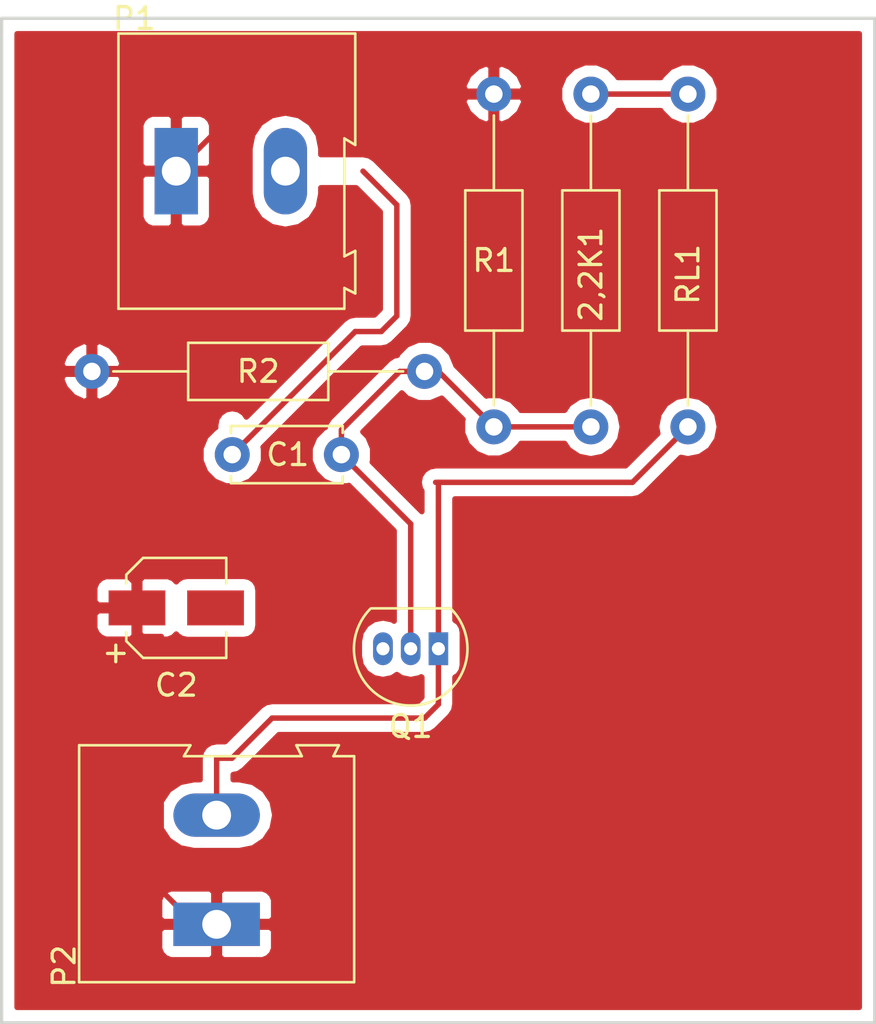
<source format=kicad_pcb>
(kicad_pcb (version 4) (host pcbnew 4.0.5)

  (general
    (links 12)
    (no_connects 0)
    (area 59.924999 73.924999 100.075001 120.075001)
    (thickness 1.6)
    (drawings 4)
    (tracks 45)
    (zones 0)
    (modules 9)
    (nets 8)
  )

  (page A4)
  (title_block
    (title AMP_PCB)
    (date 11.05.2017)
    (rev Single_Transistor_AMP)
    (company AfroTEC)
  )

  (layers
    (0 F.Cu signal)
    (31 B.Cu signal)
    (32 B.Adhes user)
    (33 F.Adhes user)
    (34 B.Paste user)
    (35 F.Paste user)
    (36 B.SilkS user)
    (37 F.SilkS user)
    (38 B.Mask user)
    (39 F.Mask user)
    (40 Dwgs.User user)
    (41 Cmts.User user)
    (42 Eco1.User user)
    (43 Eco2.User user)
    (44 Edge.Cuts user)
    (45 Margin user)
    (46 B.CrtYd user)
    (47 F.CrtYd user)
    (48 B.Fab user)
    (49 F.Fab user)
  )

  (setup
    (last_trace_width 0.25)
    (trace_clearance 0.2)
    (zone_clearance 0.508)
    (zone_45_only no)
    (trace_min 0.2)
    (segment_width 0.2)
    (edge_width 0.15)
    (via_size 0.6)
    (via_drill 0.4)
    (via_min_size 0.4)
    (via_min_drill 0.3)
    (uvia_size 0.3)
    (uvia_drill 0.1)
    (uvias_allowed no)
    (uvia_min_size 0.2)
    (uvia_min_drill 0.1)
    (pcb_text_width 0.3)
    (pcb_text_size 1.5 1.5)
    (mod_edge_width 0.15)
    (mod_text_size 1 1)
    (mod_text_width 0.15)
    (pad_size 1.524 1.524)
    (pad_drill 0.762)
    (pad_to_mask_clearance 0.2)
    (aux_axis_origin 0 0)
    (visible_elements 7FFFFFFF)
    (pcbplotparams
      (layerselection 0x00030_80000001)
      (usegerberextensions false)
      (excludeedgelayer true)
      (linewidth 0.100000)
      (plotframeref false)
      (viasonmask false)
      (mode 1)
      (useauxorigin false)
      (hpglpennumber 1)
      (hpglpenspeed 20)
      (hpglpendiameter 15)
      (hpglpenoverlay 2)
      (psnegative false)
      (psa4output false)
      (plotreference true)
      (plotvalue true)
      (plotinvisibletext false)
      (padsonsilk false)
      (subtractmaskfromsilk false)
      (outputformat 1)
      (mirror false)
      (drillshape 0)
      (scaleselection 1)
      (outputdirectory "C:/Users/Alfs Briksis/Desktop/testproject/PCB-kurss/Single_transistor_AMP/"))
  )

  (net 0 "")
  (net 1 +12V)
  (net 2 "Net-(2,2K1-Pad2)")
  (net 3 "Net-(C1-Pad1)")
  (net 4 GND)
  (net 5 "Net-(C2-Pad2)")
  (net 6 "Net-(P2-Pad2)")
  (net 7 "Net-(Q1-Pad3)")

  (net_class Default "This is the default net class."
    (clearance 0.2)
    (trace_width 0.25)
    (via_dia 0.6)
    (via_drill 0.4)
    (uvia_dia 0.3)
    (uvia_drill 0.1)
    (add_net +12V)
    (add_net GND)
    (add_net "Net-(2,2K1-Pad2)")
    (add_net "Net-(C1-Pad1)")
    (add_net "Net-(C2-Pad2)")
    (add_net "Net-(P2-Pad2)")
    (add_net "Net-(Q1-Pad3)")
  )

  (module TO_SOT_Packages_THT:TO-92_Inline_Narrow_Oval (layer F.Cu) (tedit 58CE52AF) (tstamp 591D35D2)
    (at 80.01 102.87 180)
    (descr "TO-92 leads in-line, narrow, oval pads, drill 0.6mm (see NXP sot054_po.pdf)")
    (tags "to-92 sc-43 sc-43a sot54 PA33 transistor")
    (path /58D3B90E)
    (fp_text reference Q1 (at 1.27 -3.56 180) (layer F.SilkS)
      (effects (font (size 1 1) (thickness 0.15)))
    )
    (fp_text value BC547 (at 1.27 2.79 180) (layer F.Fab)
      (effects (font (size 1 1) (thickness 0.15)))
    )
    (fp_text user %R (at 1.27 -3.56 180) (layer F.Fab)
      (effects (font (size 1 1) (thickness 0.15)))
    )
    (fp_line (start -0.53 1.85) (end 3.07 1.85) (layer F.SilkS) (width 0.12))
    (fp_line (start -0.5 1.75) (end 3 1.75) (layer F.Fab) (width 0.1))
    (fp_line (start -1.46 -2.73) (end 4 -2.73) (layer F.CrtYd) (width 0.05))
    (fp_line (start -1.46 -2.73) (end -1.46 2.01) (layer F.CrtYd) (width 0.05))
    (fp_line (start 4 2.01) (end 4 -2.73) (layer F.CrtYd) (width 0.05))
    (fp_line (start 4 2.01) (end -1.46 2.01) (layer F.CrtYd) (width 0.05))
    (fp_arc (start 1.27 0) (end 1.27 -2.48) (angle 135) (layer F.Fab) (width 0.1))
    (fp_arc (start 1.27 0) (end 1.27 -2.6) (angle -135) (layer F.SilkS) (width 0.12))
    (fp_arc (start 1.27 0) (end 1.27 -2.48) (angle -135) (layer F.Fab) (width 0.1))
    (fp_arc (start 1.27 0) (end 1.27 -2.6) (angle 135) (layer F.SilkS) (width 0.12))
    (pad 2 thru_hole oval (at 1.27 0) (size 0.9 1.5) (drill 0.6) (layers *.Cu *.Mask)
      (net 2 "Net-(2,2K1-Pad2)"))
    (pad 3 thru_hole oval (at 2.54 0) (size 0.9 1.5) (drill 0.6) (layers *.Cu *.Mask)
      (net 7 "Net-(Q1-Pad3)"))
    (pad 1 thru_hole rect (at 0 0) (size 0.9 1.5) (drill 0.6) (layers *.Cu *.Mask)
      (net 6 "Net-(P2-Pad2)"))
    (model ${KISYS3DMOD}/TO_SOT_Packages_THT.3dshapes/TO-92_Inline_Narrow_Oval.wrl
      (at (xyz 0.05 0 0))
      (scale (xyz 1 1 1))
      (rotate (xyz 0 0 -90))
    )
  )

  (module Resistors_THT:R_Axial_DIN0207_L6.3mm_D2.5mm_P15.24mm_Horizontal (layer F.Cu) (tedit 5874F706) (tstamp 59143E85)
    (at 91.44 77.47 270)
    (descr "Resistor, Axial_DIN0207 series, Axial, Horizontal, pin pitch=15.24mm, 0.25W = 1/4W, length*diameter=6.3*2.5mm^2, http://cdn-reichelt.de/documents/datenblatt/B400/1_4W%23YAG.pdf")
    (tags "Resistor Axial_DIN0207 series Axial Horizontal pin pitch 15.24mm 0.25W = 1/4W length 6.3mm diameter 2.5mm")
    (path /58D92D4B)
    (fp_text reference RL1 (at 8.255 0 270) (layer F.SilkS)
      (effects (font (size 1 1) (thickness 0.15)))
    )
    (fp_text value 22K (at 7.62 2.31 270) (layer F.Fab)
      (effects (font (size 1 1) (thickness 0.15)))
    )
    (fp_line (start 4.47 -1.25) (end 4.47 1.25) (layer F.Fab) (width 0.1))
    (fp_line (start 4.47 1.25) (end 10.77 1.25) (layer F.Fab) (width 0.1))
    (fp_line (start 10.77 1.25) (end 10.77 -1.25) (layer F.Fab) (width 0.1))
    (fp_line (start 10.77 -1.25) (end 4.47 -1.25) (layer F.Fab) (width 0.1))
    (fp_line (start 0 0) (end 4.47 0) (layer F.Fab) (width 0.1))
    (fp_line (start 15.24 0) (end 10.77 0) (layer F.Fab) (width 0.1))
    (fp_line (start 4.41 -1.31) (end 4.41 1.31) (layer F.SilkS) (width 0.12))
    (fp_line (start 4.41 1.31) (end 10.83 1.31) (layer F.SilkS) (width 0.12))
    (fp_line (start 10.83 1.31) (end 10.83 -1.31) (layer F.SilkS) (width 0.12))
    (fp_line (start 10.83 -1.31) (end 4.41 -1.31) (layer F.SilkS) (width 0.12))
    (fp_line (start 0.98 0) (end 4.41 0) (layer F.SilkS) (width 0.12))
    (fp_line (start 14.26 0) (end 10.83 0) (layer F.SilkS) (width 0.12))
    (fp_line (start -1.05 -1.6) (end -1.05 1.6) (layer F.CrtYd) (width 0.05))
    (fp_line (start -1.05 1.6) (end 16.3 1.6) (layer F.CrtYd) (width 0.05))
    (fp_line (start 16.3 1.6) (end 16.3 -1.6) (layer F.CrtYd) (width 0.05))
    (fp_line (start 16.3 -1.6) (end -1.05 -1.6) (layer F.CrtYd) (width 0.05))
    (pad 1 thru_hole circle (at 0 0 270) (size 1.6 1.6) (drill 0.8) (layers *.Cu *.Mask)
      (net 1 +12V))
    (pad 2 thru_hole oval (at 15.24 0 270) (size 1.6 1.6) (drill 0.8) (layers *.Cu *.Mask)
      (net 6 "Net-(P2-Pad2)"))
    (model Resistors_THT.3dshapes/R_Axial_DIN0207_L6.3mm_D2.5mm_P15.24mm_Horizontal.wrl
      (at (xyz 0 0 0))
      (scale (xyz 0.393701 0.393701 0.393701))
      (rotate (xyz 0 0 0))
    )
  )

  (module Connectors:AK300-2 (layer F.Cu) (tedit 587FD45E) (tstamp 59143E59)
    (at 69.85 115.49 90)
    (descr CONNECTOR)
    (tags CONNECTOR)
    (path /58DAE5A4)
    (fp_text reference P2 (at -1.92 -6.99 90) (layer F.SilkS)
      (effects (font (size 1 1) (thickness 0.15)))
    )
    (fp_text value Signal_OUT (at 2.78 7.75 90) (layer F.Fab)
      (effects (font (size 1 1) (thickness 0.15)))
    )
    (fp_line (start -2.65 -6.3) (end -2.65 6.3) (layer F.SilkS) (width 0.12))
    (fp_line (start -2.65 6.3) (end 7.7 6.3) (layer F.SilkS) (width 0.12))
    (fp_line (start 7.7 6.3) (end 7.7 5.35) (layer F.SilkS) (width 0.12))
    (fp_line (start 7.7 5.35) (end 8.2 5.6) (layer F.SilkS) (width 0.12))
    (fp_line (start 8.2 5.6) (end 8.2 3.7) (layer F.SilkS) (width 0.12))
    (fp_line (start 8.2 3.7) (end 8.2 3.65) (layer F.SilkS) (width 0.12))
    (fp_line (start 8.2 3.65) (end 7.7 3.9) (layer F.SilkS) (width 0.12))
    (fp_line (start 7.7 3.9) (end 7.7 -1.5) (layer F.SilkS) (width 0.12))
    (fp_line (start 7.7 -1.5) (end 8.2 -1.2) (layer F.SilkS) (width 0.12))
    (fp_line (start 8.2 -1.2) (end 8.2 -6.3) (layer F.SilkS) (width 0.12))
    (fp_line (start 8.2 -6.3) (end -2.65 -6.3) (layer F.SilkS) (width 0.12))
    (fp_line (start 8.36 -6.47) (end -2.83 -6.47) (layer F.CrtYd) (width 0.05))
    (fp_line (start 8.36 6.47) (end 8.36 -6.47) (layer F.CrtYd) (width 0.05))
    (fp_line (start -2.83 6.47) (end 8.36 6.47) (layer F.CrtYd) (width 0.05))
    (fp_line (start -2.83 -6.47) (end -2.83 6.47) (layer F.CrtYd) (width 0.05))
    (fp_line (start -1.26 2.54) (end 1.28 2.54) (layer F.Fab) (width 0.1))
    (fp_line (start 1.28 2.54) (end 1.28 -0.25) (layer F.Fab) (width 0.1))
    (fp_line (start -1.26 -0.25) (end 1.28 -0.25) (layer F.Fab) (width 0.1))
    (fp_line (start -1.26 2.54) (end -1.26 -0.25) (layer F.Fab) (width 0.1))
    (fp_line (start 3.74 2.54) (end 6.28 2.54) (layer F.Fab) (width 0.1))
    (fp_line (start 6.28 2.54) (end 6.28 -0.25) (layer F.Fab) (width 0.1))
    (fp_line (start 3.74 -0.25) (end 6.28 -0.25) (layer F.Fab) (width 0.1))
    (fp_line (start 3.74 2.54) (end 3.74 -0.25) (layer F.Fab) (width 0.1))
    (fp_line (start 7.61 -6.22) (end 7.61 -3.17) (layer F.Fab) (width 0.1))
    (fp_line (start 7.61 -6.22) (end -2.58 -6.22) (layer F.Fab) (width 0.1))
    (fp_line (start 7.61 -6.22) (end 8.11 -6.22) (layer F.Fab) (width 0.1))
    (fp_line (start 8.11 -6.22) (end 8.11 -1.4) (layer F.Fab) (width 0.1))
    (fp_line (start 8.11 -1.4) (end 7.61 -1.65) (layer F.Fab) (width 0.1))
    (fp_line (start 8.11 5.46) (end 7.61 5.21) (layer F.Fab) (width 0.1))
    (fp_line (start 7.61 5.21) (end 7.61 6.22) (layer F.Fab) (width 0.1))
    (fp_line (start 8.11 3.81) (end 7.61 4.06) (layer F.Fab) (width 0.1))
    (fp_line (start 7.61 4.06) (end 7.61 5.21) (layer F.Fab) (width 0.1))
    (fp_line (start 8.11 3.81) (end 8.11 5.46) (layer F.Fab) (width 0.1))
    (fp_line (start 2.98 6.22) (end 2.98 4.32) (layer F.Fab) (width 0.1))
    (fp_line (start 7.05 -0.25) (end 7.05 4.32) (layer F.Fab) (width 0.1))
    (fp_line (start 2.98 6.22) (end 7.05 6.22) (layer F.Fab) (width 0.1))
    (fp_line (start 7.05 6.22) (end 7.61 6.22) (layer F.Fab) (width 0.1))
    (fp_line (start 2.04 6.22) (end 2.04 4.32) (layer F.Fab) (width 0.1))
    (fp_line (start 2.04 6.22) (end 2.98 6.22) (layer F.Fab) (width 0.1))
    (fp_line (start -2.02 -0.25) (end -2.02 4.32) (layer F.Fab) (width 0.1))
    (fp_line (start -2.58 6.22) (end -2.02 6.22) (layer F.Fab) (width 0.1))
    (fp_line (start -2.02 6.22) (end 2.04 6.22) (layer F.Fab) (width 0.1))
    (fp_line (start 2.98 4.32) (end 7.05 4.32) (layer F.Fab) (width 0.1))
    (fp_line (start 2.98 4.32) (end 2.98 -0.25) (layer F.Fab) (width 0.1))
    (fp_line (start 7.05 4.32) (end 7.05 6.22) (layer F.Fab) (width 0.1))
    (fp_line (start 2.04 4.32) (end -2.02 4.32) (layer F.Fab) (width 0.1))
    (fp_line (start 2.04 4.32) (end 2.04 -0.25) (layer F.Fab) (width 0.1))
    (fp_line (start -2.02 4.32) (end -2.02 6.22) (layer F.Fab) (width 0.1))
    (fp_line (start 6.67 3.68) (end 6.67 0.51) (layer F.Fab) (width 0.1))
    (fp_line (start 6.67 3.68) (end 3.36 3.68) (layer F.Fab) (width 0.1))
    (fp_line (start 3.36 3.68) (end 3.36 0.51) (layer F.Fab) (width 0.1))
    (fp_line (start 1.66 3.68) (end 1.66 0.51) (layer F.Fab) (width 0.1))
    (fp_line (start 1.66 3.68) (end -1.64 3.68) (layer F.Fab) (width 0.1))
    (fp_line (start -1.64 3.68) (end -1.64 0.51) (layer F.Fab) (width 0.1))
    (fp_line (start -1.64 0.51) (end -1.26 0.51) (layer F.Fab) (width 0.1))
    (fp_line (start 1.66 0.51) (end 1.28 0.51) (layer F.Fab) (width 0.1))
    (fp_line (start 3.36 0.51) (end 3.74 0.51) (layer F.Fab) (width 0.1))
    (fp_line (start 6.67 0.51) (end 6.28 0.51) (layer F.Fab) (width 0.1))
    (fp_line (start -2.58 6.22) (end -2.58 -0.64) (layer F.Fab) (width 0.1))
    (fp_line (start -2.58 -0.64) (end -2.58 -3.17) (layer F.Fab) (width 0.1))
    (fp_line (start 7.61 -1.65) (end 7.61 -0.64) (layer F.Fab) (width 0.1))
    (fp_line (start 7.61 -0.64) (end 7.61 4.06) (layer F.Fab) (width 0.1))
    (fp_line (start -2.58 -3.17) (end 7.61 -3.17) (layer F.Fab) (width 0.1))
    (fp_line (start -2.58 -3.17) (end -2.58 -6.22) (layer F.Fab) (width 0.1))
    (fp_line (start 7.61 -3.17) (end 7.61 -1.65) (layer F.Fab) (width 0.1))
    (fp_line (start 2.98 -3.43) (end 2.98 -5.97) (layer F.Fab) (width 0.1))
    (fp_line (start 2.98 -5.97) (end 7.05 -5.97) (layer F.Fab) (width 0.1))
    (fp_line (start 7.05 -5.97) (end 7.05 -3.43) (layer F.Fab) (width 0.1))
    (fp_line (start 7.05 -3.43) (end 2.98 -3.43) (layer F.Fab) (width 0.1))
    (fp_line (start 2.04 -3.43) (end 2.04 -5.97) (layer F.Fab) (width 0.1))
    (fp_line (start 2.04 -3.43) (end -2.02 -3.43) (layer F.Fab) (width 0.1))
    (fp_line (start -2.02 -3.43) (end -2.02 -5.97) (layer F.Fab) (width 0.1))
    (fp_line (start 2.04 -5.97) (end -2.02 -5.97) (layer F.Fab) (width 0.1))
    (fp_line (start 3.39 -4.45) (end 6.44 -5.08) (layer F.Fab) (width 0.1))
    (fp_line (start 3.52 -4.32) (end 6.56 -4.95) (layer F.Fab) (width 0.1))
    (fp_line (start -1.62 -4.45) (end 1.44 -5.08) (layer F.Fab) (width 0.1))
    (fp_line (start -1.49 -4.32) (end 1.56 -4.95) (layer F.Fab) (width 0.1))
    (fp_line (start -2.02 -0.25) (end -1.64 -0.25) (layer F.Fab) (width 0.1))
    (fp_line (start 2.04 -0.25) (end 1.66 -0.25) (layer F.Fab) (width 0.1))
    (fp_line (start 1.66 -0.25) (end -1.64 -0.25) (layer F.Fab) (width 0.1))
    (fp_line (start -2.58 -0.64) (end -1.64 -0.64) (layer F.Fab) (width 0.1))
    (fp_line (start -1.64 -0.64) (end 1.66 -0.64) (layer F.Fab) (width 0.1))
    (fp_line (start 1.66 -0.64) (end 3.36 -0.64) (layer F.Fab) (width 0.1))
    (fp_line (start 7.61 -0.64) (end 6.67 -0.64) (layer F.Fab) (width 0.1))
    (fp_line (start 6.67 -0.64) (end 3.36 -0.64) (layer F.Fab) (width 0.1))
    (fp_line (start 7.05 -0.25) (end 6.67 -0.25) (layer F.Fab) (width 0.1))
    (fp_line (start 2.98 -0.25) (end 3.36 -0.25) (layer F.Fab) (width 0.1))
    (fp_line (start 3.36 -0.25) (end 6.67 -0.25) (layer F.Fab) (width 0.1))
    (fp_arc (start 6.03 -4.59) (end 6.54 -5.05) (angle 90.5) (layer F.Fab) (width 0.1))
    (fp_arc (start 5.07 -6.07) (end 6.53 -4.12) (angle 75.5) (layer F.Fab) (width 0.1))
    (fp_arc (start 4.99 -3.71) (end 3.39 -5) (angle 100) (layer F.Fab) (width 0.1))
    (fp_arc (start 3.87 -4.65) (end 3.58 -4.13) (angle 104.2) (layer F.Fab) (width 0.1))
    (fp_arc (start 1.03 -4.59) (end 1.53 -5.05) (angle 90.5) (layer F.Fab) (width 0.1))
    (fp_arc (start 0.06 -6.07) (end 1.53 -4.12) (angle 75.5) (layer F.Fab) (width 0.1))
    (fp_arc (start -0.01 -3.71) (end -1.62 -5) (angle 100) (layer F.Fab) (width 0.1))
    (fp_arc (start -1.13 -4.65) (end -1.42 -4.13) (angle 104.2) (layer F.Fab) (width 0.1))
    (pad 1 thru_hole rect (at 0 0 90) (size 1.98 3.96) (drill 1.32) (layers *.Cu F.Paste F.Mask)
      (net 4 GND))
    (pad 2 thru_hole oval (at 5 0 90) (size 1.98 3.96) (drill 1.32) (layers *.Cu F.Paste F.Mask)
      (net 6 "Net-(P2-Pad2)"))
  )

  (module Resistors_THT:R_Axial_DIN0207_L6.3mm_D2.5mm_P15.24mm_Horizontal (layer F.Cu) (tedit 5874F706) (tstamp 59143D5D)
    (at 86.995 77.47 270)
    (descr "Resistor, Axial_DIN0207 series, Axial, Horizontal, pin pitch=15.24mm, 0.25W = 1/4W, length*diameter=6.3*2.5mm^2, http://cdn-reichelt.de/documents/datenblatt/B400/1_4W%23YAG.pdf")
    (tags "Resistor Axial_DIN0207 series Axial Horizontal pin pitch 15.24mm 0.25W = 1/4W length 6.3mm diameter 2.5mm")
    (path /58D3BAA7)
    (fp_text reference 2,2K1 (at 8.255 0 270) (layer F.SilkS)
      (effects (font (size 1 1) (thickness 0.15)))
    )
    (fp_text value R1 (at 7.62 2.31 270) (layer F.Fab)
      (effects (font (size 1 1) (thickness 0.15)))
    )
    (fp_line (start 4.47 -1.25) (end 4.47 1.25) (layer F.Fab) (width 0.1))
    (fp_line (start 4.47 1.25) (end 10.77 1.25) (layer F.Fab) (width 0.1))
    (fp_line (start 10.77 1.25) (end 10.77 -1.25) (layer F.Fab) (width 0.1))
    (fp_line (start 10.77 -1.25) (end 4.47 -1.25) (layer F.Fab) (width 0.1))
    (fp_line (start 0 0) (end 4.47 0) (layer F.Fab) (width 0.1))
    (fp_line (start 15.24 0) (end 10.77 0) (layer F.Fab) (width 0.1))
    (fp_line (start 4.41 -1.31) (end 4.41 1.31) (layer F.SilkS) (width 0.12))
    (fp_line (start 4.41 1.31) (end 10.83 1.31) (layer F.SilkS) (width 0.12))
    (fp_line (start 10.83 1.31) (end 10.83 -1.31) (layer F.SilkS) (width 0.12))
    (fp_line (start 10.83 -1.31) (end 4.41 -1.31) (layer F.SilkS) (width 0.12))
    (fp_line (start 0.98 0) (end 4.41 0) (layer F.SilkS) (width 0.12))
    (fp_line (start 14.26 0) (end 10.83 0) (layer F.SilkS) (width 0.12))
    (fp_line (start -1.05 -1.6) (end -1.05 1.6) (layer F.CrtYd) (width 0.05))
    (fp_line (start -1.05 1.6) (end 16.3 1.6) (layer F.CrtYd) (width 0.05))
    (fp_line (start 16.3 1.6) (end 16.3 -1.6) (layer F.CrtYd) (width 0.05))
    (fp_line (start 16.3 -1.6) (end -1.05 -1.6) (layer F.CrtYd) (width 0.05))
    (pad 1 thru_hole circle (at 0 0 270) (size 1.6 1.6) (drill 0.8) (layers *.Cu *.Mask)
      (net 1 +12V))
    (pad 2 thru_hole oval (at 15.24 0 270) (size 1.6 1.6) (drill 0.8) (layers *.Cu *.Mask)
      (net 2 "Net-(2,2K1-Pad2)"))
    (model Resistors_THT.3dshapes/R_Axial_DIN0207_L6.3mm_D2.5mm_P15.24mm_Horizontal.wrl
      (at (xyz 0 0 0))
      (scale (xyz 0.393701 0.393701 0.393701))
      (rotate (xyz 0 0 0))
    )
  )

  (module Capacitors_THT:C_Disc_D5.0mm_W2.5mm_P5.00mm (layer F.Cu) (tedit 58765D06) (tstamp 59143D71)
    (at 70.565 93.98)
    (descr "C, Disc series, Radial, pin pitch=5.00mm, , diameter*width=5*2.5mm^2, Capacitor, http://cdn-reichelt.de/documents/datenblatt/B300/DS_KERKO_TC.pdf")
    (tags "C Disc series Radial pin pitch 5.00mm  diameter 5mm width 2.5mm Capacitor")
    (path /58DAA6C0)
    (fp_text reference C1 (at 2.54 0) (layer F.SilkS)
      (effects (font (size 1 1) (thickness 0.15)))
    )
    (fp_text value 2,2uF (at 2.5 2.31) (layer F.Fab)
      (effects (font (size 1 1) (thickness 0.15)))
    )
    (fp_line (start 0 -1.25) (end 0 1.25) (layer F.Fab) (width 0.1))
    (fp_line (start 0 1.25) (end 5 1.25) (layer F.Fab) (width 0.1))
    (fp_line (start 5 1.25) (end 5 -1.25) (layer F.Fab) (width 0.1))
    (fp_line (start 5 -1.25) (end 0 -1.25) (layer F.Fab) (width 0.1))
    (fp_line (start -0.06 -1.31) (end 5.06 -1.31) (layer F.SilkS) (width 0.12))
    (fp_line (start -0.06 1.31) (end 5.06 1.31) (layer F.SilkS) (width 0.12))
    (fp_line (start -0.06 -1.31) (end -0.06 -0.996) (layer F.SilkS) (width 0.12))
    (fp_line (start -0.06 0.996) (end -0.06 1.31) (layer F.SilkS) (width 0.12))
    (fp_line (start 5.06 -1.31) (end 5.06 -0.996) (layer F.SilkS) (width 0.12))
    (fp_line (start 5.06 0.996) (end 5.06 1.31) (layer F.SilkS) (width 0.12))
    (fp_line (start -1.05 -1.6) (end -1.05 1.6) (layer F.CrtYd) (width 0.05))
    (fp_line (start -1.05 1.6) (end 6.05 1.6) (layer F.CrtYd) (width 0.05))
    (fp_line (start 6.05 1.6) (end 6.05 -1.6) (layer F.CrtYd) (width 0.05))
    (fp_line (start 6.05 -1.6) (end -1.05 -1.6) (layer F.CrtYd) (width 0.05))
    (pad 1 thru_hole circle (at 0 0) (size 1.6 1.6) (drill 0.8) (layers *.Cu *.Mask)
      (net 3 "Net-(C1-Pad1)"))
    (pad 2 thru_hole circle (at 5 0) (size 1.6 1.6) (drill 0.8) (layers *.Cu *.Mask)
      (net 2 "Net-(2,2K1-Pad2)"))
    (model Capacitors_THT.3dshapes/C_Disc_D5.0mm_W2.5mm_P5.00mm.wrl
      (at (xyz 0 0 0))
      (scale (xyz 0.393701 0.393701 0.393701))
      (rotate (xyz 0 0 0))
    )
  )

  (module Capacitors_SMD:CP_Elec_4x5.7 (layer F.Cu) (tedit 58AA8612) (tstamp 59143D8D)
    (at 68 101)
    (descr "SMT capacitor, aluminium electrolytic, 4x5.7")
    (path /58D3BC38)
    (attr smd)
    (fp_text reference C2 (at 0 3.54) (layer F.SilkS)
      (effects (font (size 1 1) (thickness 0.15)))
    )
    (fp_text value 22uF (at 0 -3.54) (layer F.Fab)
      (effects (font (size 1 1) (thickness 0.15)))
    )
    (fp_circle (center 0 0) (end 0.3 2.1) (layer F.Fab) (width 0.1))
    (fp_text user + (at -1.1 -0.08) (layer F.Fab)
      (effects (font (size 1 1) (thickness 0.15)))
    )
    (fp_text user + (at -2.77 2.01) (layer F.SilkS)
      (effects (font (size 1 1) (thickness 0.15)))
    )
    (fp_text user %R (at 0 3.54) (layer F.Fab)
      (effects (font (size 1 1) (thickness 0.15)))
    )
    (fp_line (start 2.13 2.13) (end 2.13 -2.13) (layer F.Fab) (width 0.1))
    (fp_line (start -1.46 2.13) (end 2.13 2.13) (layer F.Fab) (width 0.1))
    (fp_line (start -2.13 1.46) (end -1.46 2.13) (layer F.Fab) (width 0.1))
    (fp_line (start -2.13 -1.46) (end -2.13 1.46) (layer F.Fab) (width 0.1))
    (fp_line (start -1.46 -2.13) (end -2.13 -1.46) (layer F.Fab) (width 0.1))
    (fp_line (start 2.13 -2.13) (end -1.46 -2.13) (layer F.Fab) (width 0.1))
    (fp_line (start 2.29 2.29) (end 2.29 1.12) (layer F.SilkS) (width 0.12))
    (fp_line (start 2.29 -2.29) (end 2.29 -1.12) (layer F.SilkS) (width 0.12))
    (fp_line (start -2.29 -1.52) (end -2.29 -1.12) (layer F.SilkS) (width 0.12))
    (fp_line (start -2.29 1.52) (end -2.29 1.12) (layer F.SilkS) (width 0.12))
    (fp_line (start -1.52 2.29) (end 2.29 2.29) (layer F.SilkS) (width 0.12))
    (fp_line (start -1.52 2.29) (end -2.29 1.52) (layer F.SilkS) (width 0.12))
    (fp_line (start -1.52 -2.29) (end 2.29 -2.29) (layer F.SilkS) (width 0.12))
    (fp_line (start -1.52 -2.29) (end -2.29 -1.52) (layer F.SilkS) (width 0.12))
    (fp_line (start -3.35 -2.39) (end 3.35 -2.39) (layer F.CrtYd) (width 0.05))
    (fp_line (start -3.35 -2.39) (end -3.35 2.38) (layer F.CrtYd) (width 0.05))
    (fp_line (start 3.35 2.38) (end 3.35 -2.39) (layer F.CrtYd) (width 0.05))
    (fp_line (start 3.35 2.38) (end -3.35 2.38) (layer F.CrtYd) (width 0.05))
    (pad 1 smd rect (at -1.8 0 180) (size 2.6 1.6) (layers F.Cu F.Paste F.Mask)
      (net 4 GND))
    (pad 2 smd rect (at 1.8 0 180) (size 2.6 1.6) (layers F.Cu F.Paste F.Mask)
      (net 5 "Net-(C2-Pad2)"))
    (model Capacitors_SMD.3dshapes/CP_Elec_4x5.7.wrl
      (at (xyz 0 0 0))
      (scale (xyz 1 1 1))
      (rotate (xyz 0 0 180))
    )
  )

  (module Connectors:AK300-2 (layer F.Cu) (tedit 587FD45E) (tstamp 59143DF3)
    (at 68 81)
    (descr CONNECTOR)
    (tags CONNECTOR)
    (path /58DADD1F)
    (fp_text reference P1 (at -1.92 -6.99) (layer F.SilkS)
      (effects (font (size 1 1) (thickness 0.15)))
    )
    (fp_text value Signal_IN (at 2.78 7.75) (layer F.Fab)
      (effects (font (size 1 1) (thickness 0.15)))
    )
    (fp_line (start -2.65 -6.3) (end -2.65 6.3) (layer F.SilkS) (width 0.12))
    (fp_line (start -2.65 6.3) (end 7.7 6.3) (layer F.SilkS) (width 0.12))
    (fp_line (start 7.7 6.3) (end 7.7 5.35) (layer F.SilkS) (width 0.12))
    (fp_line (start 7.7 5.35) (end 8.2 5.6) (layer F.SilkS) (width 0.12))
    (fp_line (start 8.2 5.6) (end 8.2 3.7) (layer F.SilkS) (width 0.12))
    (fp_line (start 8.2 3.7) (end 8.2 3.65) (layer F.SilkS) (width 0.12))
    (fp_line (start 8.2 3.65) (end 7.7 3.9) (layer F.SilkS) (width 0.12))
    (fp_line (start 7.7 3.9) (end 7.7 -1.5) (layer F.SilkS) (width 0.12))
    (fp_line (start 7.7 -1.5) (end 8.2 -1.2) (layer F.SilkS) (width 0.12))
    (fp_line (start 8.2 -1.2) (end 8.2 -6.3) (layer F.SilkS) (width 0.12))
    (fp_line (start 8.2 -6.3) (end -2.65 -6.3) (layer F.SilkS) (width 0.12))
    (fp_line (start 8.36 -6.47) (end -2.83 -6.47) (layer F.CrtYd) (width 0.05))
    (fp_line (start 8.36 6.47) (end 8.36 -6.47) (layer F.CrtYd) (width 0.05))
    (fp_line (start -2.83 6.47) (end 8.36 6.47) (layer F.CrtYd) (width 0.05))
    (fp_line (start -2.83 -6.47) (end -2.83 6.47) (layer F.CrtYd) (width 0.05))
    (fp_line (start -1.26 2.54) (end 1.28 2.54) (layer F.Fab) (width 0.1))
    (fp_line (start 1.28 2.54) (end 1.28 -0.25) (layer F.Fab) (width 0.1))
    (fp_line (start -1.26 -0.25) (end 1.28 -0.25) (layer F.Fab) (width 0.1))
    (fp_line (start -1.26 2.54) (end -1.26 -0.25) (layer F.Fab) (width 0.1))
    (fp_line (start 3.74 2.54) (end 6.28 2.54) (layer F.Fab) (width 0.1))
    (fp_line (start 6.28 2.54) (end 6.28 -0.25) (layer F.Fab) (width 0.1))
    (fp_line (start 3.74 -0.25) (end 6.28 -0.25) (layer F.Fab) (width 0.1))
    (fp_line (start 3.74 2.54) (end 3.74 -0.25) (layer F.Fab) (width 0.1))
    (fp_line (start 7.61 -6.22) (end 7.61 -3.17) (layer F.Fab) (width 0.1))
    (fp_line (start 7.61 -6.22) (end -2.58 -6.22) (layer F.Fab) (width 0.1))
    (fp_line (start 7.61 -6.22) (end 8.11 -6.22) (layer F.Fab) (width 0.1))
    (fp_line (start 8.11 -6.22) (end 8.11 -1.4) (layer F.Fab) (width 0.1))
    (fp_line (start 8.11 -1.4) (end 7.61 -1.65) (layer F.Fab) (width 0.1))
    (fp_line (start 8.11 5.46) (end 7.61 5.21) (layer F.Fab) (width 0.1))
    (fp_line (start 7.61 5.21) (end 7.61 6.22) (layer F.Fab) (width 0.1))
    (fp_line (start 8.11 3.81) (end 7.61 4.06) (layer F.Fab) (width 0.1))
    (fp_line (start 7.61 4.06) (end 7.61 5.21) (layer F.Fab) (width 0.1))
    (fp_line (start 8.11 3.81) (end 8.11 5.46) (layer F.Fab) (width 0.1))
    (fp_line (start 2.98 6.22) (end 2.98 4.32) (layer F.Fab) (width 0.1))
    (fp_line (start 7.05 -0.25) (end 7.05 4.32) (layer F.Fab) (width 0.1))
    (fp_line (start 2.98 6.22) (end 7.05 6.22) (layer F.Fab) (width 0.1))
    (fp_line (start 7.05 6.22) (end 7.61 6.22) (layer F.Fab) (width 0.1))
    (fp_line (start 2.04 6.22) (end 2.04 4.32) (layer F.Fab) (width 0.1))
    (fp_line (start 2.04 6.22) (end 2.98 6.22) (layer F.Fab) (width 0.1))
    (fp_line (start -2.02 -0.25) (end -2.02 4.32) (layer F.Fab) (width 0.1))
    (fp_line (start -2.58 6.22) (end -2.02 6.22) (layer F.Fab) (width 0.1))
    (fp_line (start -2.02 6.22) (end 2.04 6.22) (layer F.Fab) (width 0.1))
    (fp_line (start 2.98 4.32) (end 7.05 4.32) (layer F.Fab) (width 0.1))
    (fp_line (start 2.98 4.32) (end 2.98 -0.25) (layer F.Fab) (width 0.1))
    (fp_line (start 7.05 4.32) (end 7.05 6.22) (layer F.Fab) (width 0.1))
    (fp_line (start 2.04 4.32) (end -2.02 4.32) (layer F.Fab) (width 0.1))
    (fp_line (start 2.04 4.32) (end 2.04 -0.25) (layer F.Fab) (width 0.1))
    (fp_line (start -2.02 4.32) (end -2.02 6.22) (layer F.Fab) (width 0.1))
    (fp_line (start 6.67 3.68) (end 6.67 0.51) (layer F.Fab) (width 0.1))
    (fp_line (start 6.67 3.68) (end 3.36 3.68) (layer F.Fab) (width 0.1))
    (fp_line (start 3.36 3.68) (end 3.36 0.51) (layer F.Fab) (width 0.1))
    (fp_line (start 1.66 3.68) (end 1.66 0.51) (layer F.Fab) (width 0.1))
    (fp_line (start 1.66 3.68) (end -1.64 3.68) (layer F.Fab) (width 0.1))
    (fp_line (start -1.64 3.68) (end -1.64 0.51) (layer F.Fab) (width 0.1))
    (fp_line (start -1.64 0.51) (end -1.26 0.51) (layer F.Fab) (width 0.1))
    (fp_line (start 1.66 0.51) (end 1.28 0.51) (layer F.Fab) (width 0.1))
    (fp_line (start 3.36 0.51) (end 3.74 0.51) (layer F.Fab) (width 0.1))
    (fp_line (start 6.67 0.51) (end 6.28 0.51) (layer F.Fab) (width 0.1))
    (fp_line (start -2.58 6.22) (end -2.58 -0.64) (layer F.Fab) (width 0.1))
    (fp_line (start -2.58 -0.64) (end -2.58 -3.17) (layer F.Fab) (width 0.1))
    (fp_line (start 7.61 -1.65) (end 7.61 -0.64) (layer F.Fab) (width 0.1))
    (fp_line (start 7.61 -0.64) (end 7.61 4.06) (layer F.Fab) (width 0.1))
    (fp_line (start -2.58 -3.17) (end 7.61 -3.17) (layer F.Fab) (width 0.1))
    (fp_line (start -2.58 -3.17) (end -2.58 -6.22) (layer F.Fab) (width 0.1))
    (fp_line (start 7.61 -3.17) (end 7.61 -1.65) (layer F.Fab) (width 0.1))
    (fp_line (start 2.98 -3.43) (end 2.98 -5.97) (layer F.Fab) (width 0.1))
    (fp_line (start 2.98 -5.97) (end 7.05 -5.97) (layer F.Fab) (width 0.1))
    (fp_line (start 7.05 -5.97) (end 7.05 -3.43) (layer F.Fab) (width 0.1))
    (fp_line (start 7.05 -3.43) (end 2.98 -3.43) (layer F.Fab) (width 0.1))
    (fp_line (start 2.04 -3.43) (end 2.04 -5.97) (layer F.Fab) (width 0.1))
    (fp_line (start 2.04 -3.43) (end -2.02 -3.43) (layer F.Fab) (width 0.1))
    (fp_line (start -2.02 -3.43) (end -2.02 -5.97) (layer F.Fab) (width 0.1))
    (fp_line (start 2.04 -5.97) (end -2.02 -5.97) (layer F.Fab) (width 0.1))
    (fp_line (start 3.39 -4.45) (end 6.44 -5.08) (layer F.Fab) (width 0.1))
    (fp_line (start 3.52 -4.32) (end 6.56 -4.95) (layer F.Fab) (width 0.1))
    (fp_line (start -1.62 -4.45) (end 1.44 -5.08) (layer F.Fab) (width 0.1))
    (fp_line (start -1.49 -4.32) (end 1.56 -4.95) (layer F.Fab) (width 0.1))
    (fp_line (start -2.02 -0.25) (end -1.64 -0.25) (layer F.Fab) (width 0.1))
    (fp_line (start 2.04 -0.25) (end 1.66 -0.25) (layer F.Fab) (width 0.1))
    (fp_line (start 1.66 -0.25) (end -1.64 -0.25) (layer F.Fab) (width 0.1))
    (fp_line (start -2.58 -0.64) (end -1.64 -0.64) (layer F.Fab) (width 0.1))
    (fp_line (start -1.64 -0.64) (end 1.66 -0.64) (layer F.Fab) (width 0.1))
    (fp_line (start 1.66 -0.64) (end 3.36 -0.64) (layer F.Fab) (width 0.1))
    (fp_line (start 7.61 -0.64) (end 6.67 -0.64) (layer F.Fab) (width 0.1))
    (fp_line (start 6.67 -0.64) (end 3.36 -0.64) (layer F.Fab) (width 0.1))
    (fp_line (start 7.05 -0.25) (end 6.67 -0.25) (layer F.Fab) (width 0.1))
    (fp_line (start 2.98 -0.25) (end 3.36 -0.25) (layer F.Fab) (width 0.1))
    (fp_line (start 3.36 -0.25) (end 6.67 -0.25) (layer F.Fab) (width 0.1))
    (fp_arc (start 6.03 -4.59) (end 6.54 -5.05) (angle 90.5) (layer F.Fab) (width 0.1))
    (fp_arc (start 5.07 -6.07) (end 6.53 -4.12) (angle 75.5) (layer F.Fab) (width 0.1))
    (fp_arc (start 4.99 -3.71) (end 3.39 -5) (angle 100) (layer F.Fab) (width 0.1))
    (fp_arc (start 3.87 -4.65) (end 3.58 -4.13) (angle 104.2) (layer F.Fab) (width 0.1))
    (fp_arc (start 1.03 -4.59) (end 1.53 -5.05) (angle 90.5) (layer F.Fab) (width 0.1))
    (fp_arc (start 0.06 -6.07) (end 1.53 -4.12) (angle 75.5) (layer F.Fab) (width 0.1))
    (fp_arc (start -0.01 -3.71) (end -1.62 -5) (angle 100) (layer F.Fab) (width 0.1))
    (fp_arc (start -1.13 -4.65) (end -1.42 -4.13) (angle 104.2) (layer F.Fab) (width 0.1))
    (pad 1 thru_hole rect (at 0 0) (size 1.98 3.96) (drill 1.32) (layers *.Cu F.Paste F.Mask)
      (net 4 GND))
    (pad 2 thru_hole oval (at 5 0) (size 1.98 3.96) (drill 1.32) (layers *.Cu F.Paste F.Mask)
      (net 3 "Net-(C1-Pad1)"))
  )

  (module Resistors_THT:R_Axial_DIN0207_L6.3mm_D2.5mm_P15.24mm_Horizontal (layer F.Cu) (tedit 5874F706) (tstamp 59143E6F)
    (at 79.375 90.17 180)
    (descr "Resistor, Axial_DIN0207 series, Axial, Horizontal, pin pitch=15.24mm, 0.25W = 1/4W, length*diameter=6.3*2.5mm^2, http://cdn-reichelt.de/documents/datenblatt/B400/1_4W%23YAG.pdf")
    (tags "Resistor Axial_DIN0207 series Axial Horizontal pin pitch 15.24mm 0.25W = 1/4W length 6.3mm diameter 2.5mm")
    (path /58D92CE6)
    (fp_text reference R2 (at 7.62 0 180) (layer F.SilkS)
      (effects (font (size 1 1) (thickness 0.15)))
    )
    (fp_text value 1K (at 6.35 4.445 180) (layer F.Fab)
      (effects (font (size 1 1) (thickness 0.15)))
    )
    (fp_line (start 4.47 -1.25) (end 4.47 1.25) (layer F.Fab) (width 0.1))
    (fp_line (start 4.47 1.25) (end 10.77 1.25) (layer F.Fab) (width 0.1))
    (fp_line (start 10.77 1.25) (end 10.77 -1.25) (layer F.Fab) (width 0.1))
    (fp_line (start 10.77 -1.25) (end 4.47 -1.25) (layer F.Fab) (width 0.1))
    (fp_line (start 0 0) (end 4.47 0) (layer F.Fab) (width 0.1))
    (fp_line (start 15.24 0) (end 10.77 0) (layer F.Fab) (width 0.1))
    (fp_line (start 4.41 -1.31) (end 4.41 1.31) (layer F.SilkS) (width 0.12))
    (fp_line (start 4.41 1.31) (end 10.83 1.31) (layer F.SilkS) (width 0.12))
    (fp_line (start 10.83 1.31) (end 10.83 -1.31) (layer F.SilkS) (width 0.12))
    (fp_line (start 10.83 -1.31) (end 4.41 -1.31) (layer F.SilkS) (width 0.12))
    (fp_line (start 0.98 0) (end 4.41 0) (layer F.SilkS) (width 0.12))
    (fp_line (start 14.26 0) (end 10.83 0) (layer F.SilkS) (width 0.12))
    (fp_line (start -1.05 -1.6) (end -1.05 1.6) (layer F.CrtYd) (width 0.05))
    (fp_line (start -1.05 1.6) (end 16.3 1.6) (layer F.CrtYd) (width 0.05))
    (fp_line (start 16.3 1.6) (end 16.3 -1.6) (layer F.CrtYd) (width 0.05))
    (fp_line (start 16.3 -1.6) (end -1.05 -1.6) (layer F.CrtYd) (width 0.05))
    (pad 1 thru_hole circle (at 0 0 180) (size 1.6 1.6) (drill 0.8) (layers *.Cu *.Mask)
      (net 2 "Net-(2,2K1-Pad2)"))
    (pad 2 thru_hole oval (at 15.24 0 180) (size 1.6 1.6) (drill 0.8) (layers *.Cu *.Mask)
      (net 4 GND))
    (model Resistors_THT.3dshapes/R_Axial_DIN0207_L6.3mm_D2.5mm_P15.24mm_Horizontal.wrl
      (at (xyz 0 0 0))
      (scale (xyz 0.393701 0.393701 0.393701))
      (rotate (xyz 0 0 0))
    )
  )

  (module Resistors_THT:R_Axial_DIN0207_L6.3mm_D2.5mm_P15.24mm_Horizontal (layer F.Cu) (tedit 5874F706) (tstamp 591C8A2A)
    (at 82.55 92.71 90)
    (descr "Resistor, Axial_DIN0207 series, Axial, Horizontal, pin pitch=15.24mm, 0.25W = 1/4W, length*diameter=6.3*2.5mm^2, http://cdn-reichelt.de/documents/datenblatt/B400/1_4W%23YAG.pdf")
    (tags "Resistor Axial_DIN0207 series Axial Horizontal pin pitch 15.24mm 0.25W = 1/4W length 6.3mm diameter 2.5mm")
    (path /58D92CE6)
    (fp_text reference R1 (at 7.62 0 180) (layer F.SilkS)
      (effects (font (size 1 1) (thickness 0.15)))
    )
    (fp_text value 1K (at 7.62 2.31 90) (layer F.Fab)
      (effects (font (size 1 1) (thickness 0.15)))
    )
    (fp_line (start 4.47 -1.25) (end 4.47 1.25) (layer F.Fab) (width 0.1))
    (fp_line (start 4.47 1.25) (end 10.77 1.25) (layer F.Fab) (width 0.1))
    (fp_line (start 10.77 1.25) (end 10.77 -1.25) (layer F.Fab) (width 0.1))
    (fp_line (start 10.77 -1.25) (end 4.47 -1.25) (layer F.Fab) (width 0.1))
    (fp_line (start 0 0) (end 4.47 0) (layer F.Fab) (width 0.1))
    (fp_line (start 15.24 0) (end 10.77 0) (layer F.Fab) (width 0.1))
    (fp_line (start 4.41 -1.31) (end 4.41 1.31) (layer F.SilkS) (width 0.12))
    (fp_line (start 4.41 1.31) (end 10.83 1.31) (layer F.SilkS) (width 0.12))
    (fp_line (start 10.83 1.31) (end 10.83 -1.31) (layer F.SilkS) (width 0.12))
    (fp_line (start 10.83 -1.31) (end 4.41 -1.31) (layer F.SilkS) (width 0.12))
    (fp_line (start 0.98 0) (end 4.41 0) (layer F.SilkS) (width 0.12))
    (fp_line (start 14.26 0) (end 10.83 0) (layer F.SilkS) (width 0.12))
    (fp_line (start -1.05 -1.6) (end -1.05 1.6) (layer F.CrtYd) (width 0.05))
    (fp_line (start -1.05 1.6) (end 16.3 1.6) (layer F.CrtYd) (width 0.05))
    (fp_line (start 16.3 1.6) (end 16.3 -1.6) (layer F.CrtYd) (width 0.05))
    (fp_line (start 16.3 -1.6) (end -1.05 -1.6) (layer F.CrtYd) (width 0.05))
    (pad 1 thru_hole circle (at 0 0 90) (size 1.6 1.6) (drill 0.8) (layers *.Cu *.Mask)
      (net 2 "Net-(2,2K1-Pad2)"))
    (pad 2 thru_hole oval (at 15.24 0 90) (size 1.6 1.6) (drill 0.8) (layers *.Cu *.Mask)
      (net 4 GND))
    (model Resistors_THT.3dshapes/R_Axial_DIN0207_L6.3mm_D2.5mm_P15.24mm_Horizontal.wrl
      (at (xyz 0 0 0))
      (scale (xyz 0.393701 0.393701 0.393701))
      (rotate (xyz 0 0 0))
    )
  )

  (gr_line (start 60 74) (end 60 120) (layer Edge.Cuts) (width 0.15))
  (gr_line (start 100 74) (end 60 74) (layer Edge.Cuts) (width 0.15))
  (gr_line (start 100 120) (end 100 74) (layer Edge.Cuts) (width 0.15))
  (gr_line (start 60 120) (end 100 120) (layer Edge.Cuts) (width 0.15))

  (segment (start 86.995 77.47) (end 91.44 77.47) (width 0.25) (layer F.Cu) (net 1))
  (segment (start 75.565 93.98) (end 78.74 97.155) (width 0.25) (layer F.Cu) (net 2))
  (segment (start 78.74 97.155) (end 78.74 102.87) (width 0.25) (layer F.Cu) (net 2))
  (segment (start 82.55 92.71) (end 86.995 92.71) (width 0.25) (layer F.Cu) (net 2))
  (segment (start 82.55 92.71) (end 80.01 90.17) (width 0.25) (layer F.Cu) (net 2))
  (segment (start 80.01 90.17) (end 79.375 90.17) (width 0.25) (layer F.Cu) (net 2))
  (segment (start 79.375 90.17) (end 78.24363 90.17) (width 0.25) (layer F.Cu) (net 2))
  (segment (start 78.24363 90.17) (end 75.565 92.84863) (width 0.25) (layer F.Cu) (net 2))
  (segment (start 75.565 92.84863) (end 75.565 93.98) (width 0.25) (layer F.Cu) (net 2))
  (segment (start 70.565 93.98) (end 76.2 88.345) (width 0.25) (layer F.Cu) (net 3))
  (segment (start 76.2 88.345) (end 77.39 88.345) (width 0.25) (layer F.Cu) (net 3))
  (segment (start 77.39 88.345) (end 78.105 87.63) (width 0.25) (layer F.Cu) (net 3))
  (segment (start 78.105 87.63) (end 78.105 82.55) (width 0.25) (layer F.Cu) (net 3))
  (segment (start 78.105 82.55) (end 76.555 81) (width 0.25) (layer F.Cu) (net 3))
  (segment (start 64.135 90.17) (end 64.135 88.865) (width 0.25) (layer F.Cu) (net 4))
  (segment (start 71 78) (end 68 81) (width 0.25) (layer F.Cu) (net 4))
  (segment (start 80.88863 78) (end 71 78) (width 0.25) (layer F.Cu) (net 4))
  (segment (start 82.55 77.47) (end 81.41863 77.47) (width 0.25) (layer F.Cu) (net 4))
  (segment (start 81.41863 77.47) (end 80.88863 78) (width 0.25) (layer F.Cu) (net 4))
  (segment (start 68 81) (end 65 81) (width 0.25) (layer F.Cu) (net 4))
  (segment (start 64.135 90.17) (end 64.135 81.865) (width 0.25) (layer F.Cu) (net 4))
  (segment (start 64.135 81.865) (end 65 81) (width 0.25) (layer F.Cu) (net 4))
  (segment (start 66.2 101) (end 66.2 99.95) (width 0.25) (layer F.Cu) (net 4))
  (segment (start 66.2 99.95) (end 64.98 98.73) (width 0.25) (layer F.Cu) (net 4))
  (segment (start 64.98 98.73) (end 64.98 98.425) (width 0.25) (layer F.Cu) (net 4))
  (segment (start 67.31 102.31) (end 66.46 102.31) (width 0.25) (layer F.Cu) (net 4))
  (segment (start 66.46 102.31) (end 66.2 102.05) (width 0.25) (layer F.Cu) (net 4))
  (segment (start 66.2 102.05) (end 66.2 101) (width 0.25) (layer F.Cu) (net 4))
  (segment (start 67.31 105) (end 67.31 104.14) (width 0.25) (layer F.Cu) (net 4))
  (segment (start 67.31 113.94) (end 67.31 105) (width 0.25) (layer F.Cu) (net 4))
  (segment (start 67.31 105) (end 67.31 102.31) (width 0.25) (layer F.Cu) (net 4))
  (segment (start 64.135 90.17) (end 64.135 97.58) (width 0.25) (layer F.Cu) (net 4))
  (segment (start 64.135 97.58) (end 64.98 98.425) (width 0.25) (layer F.Cu) (net 4))
  (segment (start 69.85 115.49) (end 68.86 115.49) (width 0.25) (layer F.Cu) (net 4))
  (segment (start 68.86 115.49) (end 67.31 113.94) (width 0.25) (layer F.Cu) (net 4))
  (segment (start 69.85 110.49) (end 69.85 107.885) (width 0.25) (layer F.Cu) (net 6))
  (segment (start 69.85 107.885) (end 70.55 107.885) (width 0.25) (layer F.Cu) (net 6))
  (segment (start 70.55 107.885) (end 72.39 106.045) (width 0.25) (layer F.Cu) (net 6))
  (segment (start 72.39 106.045) (end 79.375 106.045) (width 0.25) (layer F.Cu) (net 6))
  (segment (start 79.375 106.045) (end 80.01 105.41) (width 0.25) (layer F.Cu) (net 6))
  (segment (start 80.01 105.41) (end 80.01 102.87) (width 0.25) (layer F.Cu) (net 6))
  (segment (start 80.01 95.25) (end 88.9 95.25) (width 0.25) (layer F.Cu) (net 6))
  (segment (start 79.883971 95.25) (end 80.01 95.25) (width 0.25) (layer F.Cu) (net 6))
  (segment (start 80.01 95.25) (end 80.01 102.87) (width 0.25) (layer F.Cu) (net 6))
  (segment (start 88.9 95.25) (end 91.44 92.71) (width 0.25) (layer F.Cu) (net 6))

  (zone (net 4) (net_name GND) (layer F.Cu) (tstamp 0) (hatch edge 0.508)
    (connect_pads (clearance 0.508))
    (min_thickness 0.254)
    (fill yes (arc_segments 16) (thermal_gap 0.508) (thermal_bridge_width 0.508))
    (polygon
      (pts
        (xy 100 93) (xy 100 120) (xy 60 120) (xy 60 74) (xy 100 74)
        (xy 100 98)
      )
    )
    (filled_polygon
      (pts
        (xy 99.29 119.29) (xy 60.71 119.29) (xy 60.71 115.77575) (xy 67.235 115.77575) (xy 67.235 116.606309)
        (xy 67.331673 116.839698) (xy 67.510301 117.018327) (xy 67.74369 117.115) (xy 69.56425 117.115) (xy 69.723 116.95625)
        (xy 69.723 115.617) (xy 69.977 115.617) (xy 69.977 116.95625) (xy 70.13575 117.115) (xy 71.95631 117.115)
        (xy 72.189699 117.018327) (xy 72.368327 116.839698) (xy 72.465 116.606309) (xy 72.465 115.77575) (xy 72.30625 115.617)
        (xy 69.977 115.617) (xy 69.723 115.617) (xy 67.39375 115.617) (xy 67.235 115.77575) (xy 60.71 115.77575)
        (xy 60.71 114.373691) (xy 67.235 114.373691) (xy 67.235 115.20425) (xy 67.39375 115.363) (xy 69.723 115.363)
        (xy 69.723 114.02375) (xy 69.977 114.02375) (xy 69.977 115.363) (xy 72.30625 115.363) (xy 72.465 115.20425)
        (xy 72.465 114.373691) (xy 72.368327 114.140302) (xy 72.189699 113.961673) (xy 71.95631 113.865) (xy 70.13575 113.865)
        (xy 69.977 114.02375) (xy 69.723 114.02375) (xy 69.56425 113.865) (xy 67.74369 113.865) (xy 67.510301 113.961673)
        (xy 67.331673 114.140302) (xy 67.235 114.373691) (xy 60.71 114.373691) (xy 60.71 110.49) (xy 67.183769 110.49)
        (xy 67.307465 111.111861) (xy 67.65972 111.639049) (xy 68.186908 111.991304) (xy 68.808769 112.115) (xy 70.891231 112.115)
        (xy 71.513092 111.991304) (xy 72.04028 111.639049) (xy 72.392535 111.111861) (xy 72.516231 110.49) (xy 72.392535 109.868139)
        (xy 72.04028 109.340951) (xy 71.513092 108.988696) (xy 70.891231 108.865) (xy 70.61 108.865) (xy 70.61 108.633065)
        (xy 70.840839 108.587148) (xy 71.087401 108.422401) (xy 72.704802 106.805) (xy 79.375 106.805) (xy 79.665839 106.747148)
        (xy 79.912401 106.582401) (xy 80.547401 105.947401) (xy 80.712148 105.700839) (xy 80.77 105.41) (xy 80.77 104.175105)
        (xy 80.911441 104.08409) (xy 81.056431 103.87189) (xy 81.10744 103.62) (xy 81.10744 102.12) (xy 81.063162 101.884683)
        (xy 80.92409 101.668559) (xy 80.77 101.563274) (xy 80.77 96.01) (xy 88.9 96.01) (xy 89.190839 95.952148)
        (xy 89.437401 95.787401) (xy 91.116114 94.108688) (xy 91.44 94.173113) (xy 91.989151 94.06388) (xy 92.454698 93.752811)
        (xy 92.765767 93.287264) (xy 92.875 92.738113) (xy 92.875 92.681887) (xy 92.765767 92.132736) (xy 92.454698 91.667189)
        (xy 91.989151 91.35612) (xy 91.44 91.246887) (xy 90.890849 91.35612) (xy 90.425302 91.667189) (xy 90.114233 92.132736)
        (xy 90.005 92.681887) (xy 90.005 92.738113) (xy 90.060096 93.015102) (xy 88.585198 94.49) (xy 79.883971 94.49)
        (xy 79.593132 94.547852) (xy 79.34657 94.712599) (xy 79.181823 94.959161) (xy 79.123971 95.25) (xy 79.181823 95.540839)
        (xy 79.25 95.642873) (xy 79.25 96.590198) (xy 76.978256 94.318454) (xy 76.99975 94.266691) (xy 77.000248 93.695813)
        (xy 76.782243 93.1682) (xy 76.551439 92.936993) (xy 78.332042 91.15639) (xy 78.561077 91.385824) (xy 79.088309 91.60475)
        (xy 79.659187 91.605248) (xy 80.162487 91.397289) (xy 81.136744 92.371546) (xy 81.11525 92.423309) (xy 81.114752 92.994187)
        (xy 81.332757 93.5218) (xy 81.736077 93.925824) (xy 82.263309 94.14475) (xy 82.834187 94.145248) (xy 83.3618 93.927243)
        (xy 83.765824 93.523923) (xy 83.788215 93.47) (xy 85.791333 93.47) (xy 85.980302 93.752811) (xy 86.445849 94.06388)
        (xy 86.995 94.173113) (xy 87.544151 94.06388) (xy 88.009698 93.752811) (xy 88.320767 93.287264) (xy 88.43 92.738113)
        (xy 88.43 92.681887) (xy 88.320767 92.132736) (xy 88.009698 91.667189) (xy 87.544151 91.35612) (xy 86.995 91.246887)
        (xy 86.445849 91.35612) (xy 85.980302 91.667189) (xy 85.791333 91.95) (xy 83.788646 91.95) (xy 83.767243 91.8982)
        (xy 83.363923 91.494176) (xy 82.836691 91.27525) (xy 82.265813 91.274752) (xy 82.211851 91.297049) (xy 80.81024 89.895438)
        (xy 80.810248 89.885813) (xy 80.592243 89.3582) (xy 80.188923 88.954176) (xy 79.661691 88.73525) (xy 79.090813 88.734752)
        (xy 78.5632 88.952757) (xy 78.159176 89.356077) (xy 78.127166 89.433166) (xy 77.952791 89.467852) (xy 77.706229 89.632599)
        (xy 75.027599 92.311229) (xy 74.862852 92.557791) (xy 74.82825 92.731747) (xy 74.7532 92.762757) (xy 74.349176 93.166077)
        (xy 74.13025 93.693309) (xy 74.129752 94.264187) (xy 74.347757 94.7918) (xy 74.751077 95.195824) (xy 75.278309 95.41475)
        (xy 75.849187 95.415248) (xy 75.903149 95.392951) (xy 77.98 97.469802) (xy 77.98 101.603792) (xy 77.885212 101.540457)
        (xy 77.47 101.457866) (xy 77.054788 101.540457) (xy 76.702789 101.775655) (xy 76.467591 102.127654) (xy 76.385 102.542866)
        (xy 76.385 103.197134) (xy 76.467591 103.612346) (xy 76.702789 103.964345) (xy 77.054788 104.199543) (xy 77.47 104.282134)
        (xy 77.885212 104.199543) (xy 78.105 104.052685) (xy 78.324788 104.199543) (xy 78.74 104.282134) (xy 79.155212 104.199543)
        (xy 79.220019 104.156241) (xy 79.25 104.176726) (xy 79.25 105.095198) (xy 79.060198 105.285) (xy 72.39 105.285)
        (xy 72.099161 105.342852) (xy 71.852599 105.507599) (xy 70.235198 107.125) (xy 69.85 107.125) (xy 69.559161 107.182852)
        (xy 69.312599 107.347599) (xy 69.147852 107.594161) (xy 69.09 107.885) (xy 69.09 108.865) (xy 68.808769 108.865)
        (xy 68.186908 108.988696) (xy 67.65972 109.340951) (xy 67.307465 109.868139) (xy 67.183769 110.49) (xy 60.71 110.49)
        (xy 60.71 101.28575) (xy 64.265 101.28575) (xy 64.265 101.92631) (xy 64.361673 102.159699) (xy 64.540302 102.338327)
        (xy 64.773691 102.435) (xy 65.91425 102.435) (xy 66.073 102.27625) (xy 66.073 101.127) (xy 64.42375 101.127)
        (xy 64.265 101.28575) (xy 60.71 101.28575) (xy 60.71 100.07369) (xy 64.265 100.07369) (xy 64.265 100.71425)
        (xy 64.42375 100.873) (xy 66.073 100.873) (xy 66.073 99.72375) (xy 66.327 99.72375) (xy 66.327 100.873)
        (xy 66.347 100.873) (xy 66.347 101.127) (xy 66.327 101.127) (xy 66.327 102.27625) (xy 66.48575 102.435)
        (xy 67.626309 102.435) (xy 67.859698 102.338327) (xy 68.000936 102.19709) (xy 68.03591 102.251441) (xy 68.24811 102.396431)
        (xy 68.5 102.44744) (xy 71.1 102.44744) (xy 71.335317 102.403162) (xy 71.551441 102.26409) (xy 71.696431 102.05189)
        (xy 71.74744 101.8) (xy 71.74744 100.2) (xy 71.703162 99.964683) (xy 71.56409 99.748559) (xy 71.35189 99.603569)
        (xy 71.1 99.55256) (xy 68.5 99.55256) (xy 68.264683 99.596838) (xy 68.048559 99.73591) (xy 68.002031 99.804006)
        (xy 67.859698 99.661673) (xy 67.626309 99.565) (xy 66.48575 99.565) (xy 66.327 99.72375) (xy 66.073 99.72375)
        (xy 65.91425 99.565) (xy 64.773691 99.565) (xy 64.540302 99.661673) (xy 64.361673 99.840301) (xy 64.265 100.07369)
        (xy 60.71 100.07369) (xy 60.71 94.264187) (xy 69.129752 94.264187) (xy 69.347757 94.7918) (xy 69.751077 95.195824)
        (xy 70.278309 95.41475) (xy 70.849187 95.415248) (xy 71.3768 95.197243) (xy 71.780824 94.793923) (xy 71.99975 94.266691)
        (xy 72.000248 93.695813) (xy 71.977951 93.641851) (xy 76.514802 89.105) (xy 77.39 89.105) (xy 77.680839 89.047148)
        (xy 77.927401 88.882401) (xy 78.642401 88.167401) (xy 78.807148 87.920839) (xy 78.865 87.63) (xy 78.865 82.55)
        (xy 78.807148 82.259161) (xy 78.642401 82.012599) (xy 77.092401 80.462599) (xy 76.845839 80.297852) (xy 76.555 80.24)
        (xy 74.625 80.24) (xy 74.625 79.958769) (xy 74.501304 79.336908) (xy 74.149049 78.80972) (xy 73.621861 78.457465)
        (xy 73 78.333769) (xy 72.378139 78.457465) (xy 71.850951 78.80972) (xy 71.498696 79.336908) (xy 71.375 79.958769)
        (xy 71.375 82.041231) (xy 71.498696 82.663092) (xy 71.850951 83.19028) (xy 72.378139 83.542535) (xy 73 83.666231)
        (xy 73.621861 83.542535) (xy 74.149049 83.19028) (xy 74.501304 82.663092) (xy 74.625 82.041231) (xy 74.625 81.76)
        (xy 76.240198 81.76) (xy 77.345 82.864802) (xy 77.345 87.315198) (xy 77.075198 87.585) (xy 76.2 87.585)
        (xy 75.973772 87.63) (xy 75.90916 87.642852) (xy 75.662599 87.807599) (xy 71.21263 92.257568) (xy 71.102401 92.092599)
        (xy 70.855839 91.927852) (xy 70.565 91.87) (xy 70.274161 91.927852) (xy 70.027599 92.092599) (xy 69.862852 92.339161)
        (xy 69.805 92.63) (xy 69.805 92.741354) (xy 69.7532 92.762757) (xy 69.349176 93.166077) (xy 69.13025 93.693309)
        (xy 69.129752 94.264187) (xy 60.71 94.264187) (xy 60.71 90.519039) (xy 62.743096 90.519039) (xy 62.903959 90.907423)
        (xy 63.279866 91.322389) (xy 63.785959 91.561914) (xy 64.008 91.440629) (xy 64.008 90.297) (xy 64.262 90.297)
        (xy 64.262 91.440629) (xy 64.484041 91.561914) (xy 64.990134 91.322389) (xy 65.366041 90.907423) (xy 65.526904 90.519039)
        (xy 65.404915 90.297) (xy 64.262 90.297) (xy 64.008 90.297) (xy 62.865085 90.297) (xy 62.743096 90.519039)
        (xy 60.71 90.519039) (xy 60.71 89.820961) (xy 62.743096 89.820961) (xy 62.865085 90.043) (xy 64.008 90.043)
        (xy 64.008 88.899371) (xy 64.262 88.899371) (xy 64.262 90.043) (xy 65.404915 90.043) (xy 65.526904 89.820961)
        (xy 65.366041 89.432577) (xy 64.990134 89.017611) (xy 64.484041 88.778086) (xy 64.262 88.899371) (xy 64.008 88.899371)
        (xy 63.785959 88.778086) (xy 63.279866 89.017611) (xy 62.903959 89.432577) (xy 62.743096 89.820961) (xy 60.71 89.820961)
        (xy 60.71 81.28575) (xy 66.375 81.28575) (xy 66.375 83.10631) (xy 66.471673 83.339699) (xy 66.650302 83.518327)
        (xy 66.883691 83.615) (xy 67.71425 83.615) (xy 67.873 83.45625) (xy 67.873 81.127) (xy 68.127 81.127)
        (xy 68.127 83.45625) (xy 68.28575 83.615) (xy 69.116309 83.615) (xy 69.349698 83.518327) (xy 69.528327 83.339699)
        (xy 69.625 83.10631) (xy 69.625 81.28575) (xy 69.46625 81.127) (xy 68.127 81.127) (xy 67.873 81.127)
        (xy 66.53375 81.127) (xy 66.375 81.28575) (xy 60.71 81.28575) (xy 60.71 78.89369) (xy 66.375 78.89369)
        (xy 66.375 80.71425) (xy 66.53375 80.873) (xy 67.873 80.873) (xy 67.873 78.54375) (xy 68.127 78.54375)
        (xy 68.127 80.873) (xy 69.46625 80.873) (xy 69.625 80.71425) (xy 69.625 78.89369) (xy 69.528327 78.660301)
        (xy 69.349698 78.481673) (xy 69.116309 78.385) (xy 68.28575 78.385) (xy 68.127 78.54375) (xy 67.873 78.54375)
        (xy 67.71425 78.385) (xy 66.883691 78.385) (xy 66.650302 78.481673) (xy 66.471673 78.660301) (xy 66.375 78.89369)
        (xy 60.71 78.89369) (xy 60.71 77.819041) (xy 81.158086 77.819041) (xy 81.397611 78.325134) (xy 81.812577 78.701041)
        (xy 82.200961 78.861904) (xy 82.423 78.739915) (xy 82.423 77.597) (xy 82.677 77.597) (xy 82.677 78.739915)
        (xy 82.899039 78.861904) (xy 83.287423 78.701041) (xy 83.702389 78.325134) (xy 83.941914 77.819041) (xy 83.906489 77.754187)
        (xy 85.559752 77.754187) (xy 85.777757 78.2818) (xy 86.181077 78.685824) (xy 86.708309 78.90475) (xy 87.279187 78.905248)
        (xy 87.8068 78.687243) (xy 88.210824 78.283923) (xy 88.233215 78.23) (xy 90.201354 78.23) (xy 90.222757 78.2818)
        (xy 90.626077 78.685824) (xy 91.153309 78.90475) (xy 91.724187 78.905248) (xy 92.2518 78.687243) (xy 92.655824 78.283923)
        (xy 92.87475 77.756691) (xy 92.875248 77.185813) (xy 92.657243 76.6582) (xy 92.253923 76.254176) (xy 91.726691 76.03525)
        (xy 91.155813 76.034752) (xy 90.6282 76.252757) (xy 90.224176 76.656077) (xy 90.201785 76.71) (xy 88.233646 76.71)
        (xy 88.212243 76.6582) (xy 87.808923 76.254176) (xy 87.281691 76.03525) (xy 86.710813 76.034752) (xy 86.1832 76.252757)
        (xy 85.779176 76.656077) (xy 85.56025 77.183309) (xy 85.559752 77.754187) (xy 83.906489 77.754187) (xy 83.820629 77.597)
        (xy 82.677 77.597) (xy 82.423 77.597) (xy 81.279371 77.597) (xy 81.158086 77.819041) (xy 60.71 77.819041)
        (xy 60.71 77.120959) (xy 81.158086 77.120959) (xy 81.279371 77.343) (xy 82.423 77.343) (xy 82.423 76.200085)
        (xy 82.677 76.200085) (xy 82.677 77.343) (xy 83.820629 77.343) (xy 83.941914 77.120959) (xy 83.702389 76.614866)
        (xy 83.287423 76.238959) (xy 82.899039 76.078096) (xy 82.677 76.200085) (xy 82.423 76.200085) (xy 82.200961 76.078096)
        (xy 81.812577 76.238959) (xy 81.397611 76.614866) (xy 81.158086 77.120959) (xy 60.71 77.120959) (xy 60.71 74.71)
        (xy 99.29 74.71)
      )
    )
  )
)

</source>
